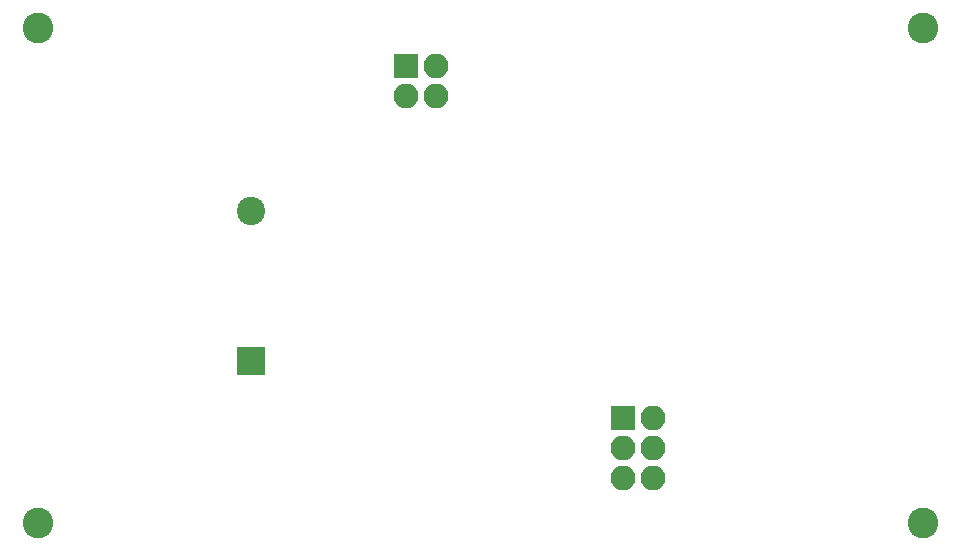
<source format=gbr>
G04 #@! TF.FileFunction,Soldermask,Bot*
%FSLAX46Y46*%
G04 Gerber Fmt 4.6, Leading zero omitted, Abs format (unit mm)*
G04 Created by KiCad (PCBNEW 4.0.7) date 01/15/18 20:31:51*
%MOMM*%
%LPD*%
G01*
G04 APERTURE LIST*
%ADD10C,0.100000*%
%ADD11R,2.400000X2.400000*%
%ADD12C,2.400000*%
%ADD13R,2.100000X2.100000*%
%ADD14O,2.100000X2.100000*%
%ADD15C,2.600000*%
G04 APERTURE END LIST*
D10*
D11*
X66294000Y-94234000D03*
D12*
X66294000Y-81534000D03*
D13*
X97790000Y-99060000D03*
D14*
X100330000Y-99060000D03*
X97790000Y-101600000D03*
X100330000Y-101600000D03*
X97790000Y-104140000D03*
X100330000Y-104140000D03*
D13*
X79375000Y-69215000D03*
D14*
X81915000Y-69215000D03*
X79375000Y-71755000D03*
X81915000Y-71755000D03*
D15*
X123190000Y-66040000D03*
X48260000Y-66040000D03*
X123190000Y-107950000D03*
X48260000Y-107950000D03*
M02*

</source>
